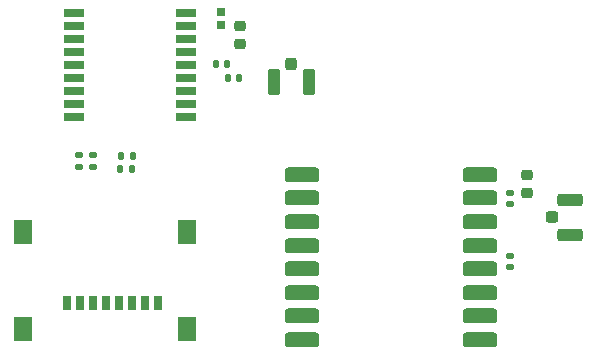
<source format=gbr>
%TF.GenerationSoftware,KiCad,Pcbnew,8.0.6*%
%TF.CreationDate,2024-11-10T20:59:16-05:00*%
%TF.ProjectId,VanguardFlightComputer,56616e67-7561-4726-9446-6c6967687443,rev?*%
%TF.SameCoordinates,Original*%
%TF.FileFunction,Paste,Bot*%
%TF.FilePolarity,Positive*%
%FSLAX46Y46*%
G04 Gerber Fmt 4.6, Leading zero omitted, Abs format (unit mm)*
G04 Created by KiCad (PCBNEW 8.0.6) date 2024-11-10 20:59:16*
%MOMM*%
%LPD*%
G01*
G04 APERTURE LIST*
G04 Aperture macros list*
%AMRoundRect*
0 Rectangle with rounded corners*
0 $1 Rounding radius*
0 $2 $3 $4 $5 $6 $7 $8 $9 X,Y pos of 4 corners*
0 Add a 4 corners polygon primitive as box body*
4,1,4,$2,$3,$4,$5,$6,$7,$8,$9,$2,$3,0*
0 Add four circle primitives for the rounded corners*
1,1,$1+$1,$2,$3*
1,1,$1+$1,$4,$5*
1,1,$1+$1,$6,$7*
1,1,$1+$1,$8,$9*
0 Add four rect primitives between the rounded corners*
20,1,$1+$1,$2,$3,$4,$5,0*
20,1,$1+$1,$4,$5,$6,$7,0*
20,1,$1+$1,$6,$7,$8,$9,0*
20,1,$1+$1,$8,$9,$2,$3,0*%
G04 Aperture macros list end*
%ADD10R,0.800000X1.200000*%
%ADD11R,1.500000X2.000000*%
%ADD12R,1.800000X0.700000*%
%ADD13R,1.800000X0.800000*%
%ADD14R,0.650000X0.700000*%
%ADD15RoundRect,0.250000X-0.250000X0.275000X-0.250000X-0.275000X0.250000X-0.275000X0.250000X0.275000X0*%
%ADD16RoundRect,0.250000X-0.275000X0.850000X-0.275000X-0.850000X0.275000X-0.850000X0.275000X0.850000X0*%
%ADD17RoundRect,0.140000X-0.170000X0.140000X-0.170000X-0.140000X0.170000X-0.140000X0.170000X0.140000X0*%
%ADD18RoundRect,0.140000X-0.140000X-0.170000X0.140000X-0.170000X0.140000X0.170000X-0.140000X0.170000X0*%
%ADD19RoundRect,0.225000X-0.250000X0.225000X-0.250000X-0.225000X0.250000X-0.225000X0.250000X0.225000X0*%
%ADD20RoundRect,0.135000X-0.135000X-0.185000X0.135000X-0.185000X0.135000X0.185000X-0.135000X0.185000X0*%
%ADD21RoundRect,0.250000X-0.275000X-0.250000X0.275000X-0.250000X0.275000X0.250000X-0.275000X0.250000X0*%
%ADD22RoundRect,0.250000X-0.850000X-0.275000X0.850000X-0.275000X0.850000X0.275000X-0.850000X0.275000X0*%
%ADD23RoundRect,0.317500X-1.157500X-0.317500X1.157500X-0.317500X1.157500X0.317500X-1.157500X0.317500X0*%
%ADD24RoundRect,0.140000X0.170000X-0.140000X0.170000X0.140000X-0.170000X0.140000X-0.170000X-0.140000X0*%
%ADD25RoundRect,0.135000X-0.185000X0.135000X-0.185000X-0.135000X0.185000X-0.135000X0.185000X0.135000X0*%
%ADD26RoundRect,0.140000X0.140000X0.170000X-0.140000X0.170000X-0.140000X-0.170000X0.140000X-0.170000X0*%
G04 APERTURE END LIST*
D10*
%TO.C,J2*%
X101525000Y-102250000D03*
X102625000Y-102250000D03*
X103725000Y-102250000D03*
X104825000Y-102250000D03*
X105925000Y-102250000D03*
X107025000Y-102250000D03*
X108125000Y-102250000D03*
X109225000Y-102250000D03*
D11*
X111695000Y-104450000D03*
X97805000Y-104450000D03*
X97805000Y-96250000D03*
X111695000Y-96250000D03*
%TD*%
D12*
%TO.C,IC3*%
X102100000Y-86500000D03*
D13*
X102100000Y-85400000D03*
X102100000Y-84300000D03*
X102100000Y-83200000D03*
X102100000Y-82100000D03*
X102100000Y-81000000D03*
X102100000Y-79900000D03*
X102100000Y-78800000D03*
D12*
X102100000Y-77700000D03*
X111600000Y-77700000D03*
D13*
X111600000Y-78800000D03*
X111600000Y-79900000D03*
X111600000Y-81000000D03*
X111600000Y-82100000D03*
X111600000Y-83200000D03*
X111600000Y-84300000D03*
X111600000Y-85400000D03*
D12*
X111600000Y-86500000D03*
%TD*%
D14*
%TO.C,D2*%
X114600000Y-77650000D03*
X114600000Y-78750000D03*
%TD*%
D15*
%TO.C,J3*%
X120525000Y-82000000D03*
D16*
X122000000Y-83525000D03*
X119050000Y-83525000D03*
%TD*%
D17*
%TO.C,C39*%
X139000000Y-92920000D03*
X139000000Y-93880000D03*
%TD*%
D18*
%TO.C,C28*%
X106120000Y-89800000D03*
X107080000Y-89800000D03*
%TD*%
D19*
%TO.C,FB2*%
X116200000Y-78825000D03*
X116200000Y-80375000D03*
%TD*%
D20*
%TO.C,R6*%
X106004154Y-90893046D03*
X107024154Y-90893046D03*
%TD*%
D18*
%TO.C,C29*%
X115120000Y-83200000D03*
X116080000Y-83200000D03*
%TD*%
D21*
%TO.C,J4*%
X142600000Y-95000000D03*
D22*
X144125000Y-93525000D03*
X144125000Y-96475000D03*
%TD*%
D23*
%TO.C,U7*%
X121400000Y-105400000D03*
X121400000Y-103400000D03*
X121400000Y-101400000D03*
X121400000Y-99400000D03*
X121400000Y-97400000D03*
X121400000Y-95400000D03*
X121400000Y-93400000D03*
X121400000Y-91400000D03*
X136450000Y-91400000D03*
X136450000Y-93400000D03*
X136450000Y-95400000D03*
X136450000Y-97400000D03*
X136450000Y-99400000D03*
X136450000Y-101400000D03*
X136450000Y-103400000D03*
X136450000Y-105400000D03*
%TD*%
D19*
%TO.C,FB3*%
X140500000Y-91425000D03*
X140500000Y-92975000D03*
%TD*%
D24*
%TO.C,C38*%
X139000000Y-99230000D03*
X139000000Y-98270000D03*
%TD*%
D25*
%TO.C,R5*%
X103750000Y-89740000D03*
X103750000Y-90760000D03*
%TD*%
D26*
%TO.C,R7*%
X115080000Y-82000000D03*
X114120000Y-82000000D03*
%TD*%
D25*
%TO.C,R4*%
X102500000Y-89740000D03*
X102500000Y-90760000D03*
%TD*%
M02*

</source>
